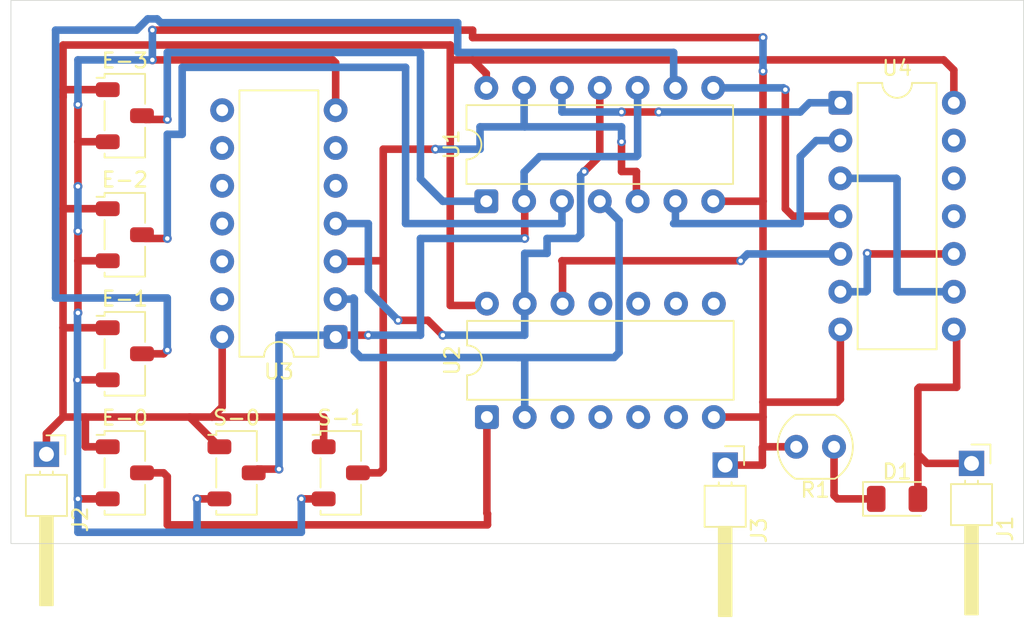
<source format=kicad_pcb>
(kicad_pcb (version 20241229) (generator "pcbnew") (generator_version "9.0")
  (layers (0 "F.Cu" signal) (2 "B.Cu" signal) (13 "F.Paste" user) (15 "B.Paste" user) (5 "F.SilkS" user "F.Silkscreen") (7 "B.SilkS" user "B.Silkscreen") (1 "F.Mask" user) (3 "B.Mask" user) (25 "Edge.Cuts" user))
  (net 0 "")
  (net 1 "Net-(D1-K)")
  (net 2 "Net-(D1-A)")
  (net 3 "Net-(E-0-B)")
  (net 4 "+5V")
  (net 5 "Net-(E-1-B)")
  (net 6 "Net-(E-2-B)")
  (net 7 "Net-(E-3-B)")
  (net 8 "GND")
  (net 9 "Net-(S-0-B)")
  (net 10 "Net-(S-1-B)")
  (net 11 "Net-(U1-Pad8)")
  (net 12 "Net-(U1-Pad6)")
  (net 13 "Net-(U1-Pad12)")
  (net 14 "Net-(U1-Pad11)")
  (net 15 "Net-(U1-Pad4)")
  (net 16 "Net-(U2-Pad12)")
  (net 17 "Net-(U4-Pad3)")
  (net 18 "Net-(U4-Pad10)")
  (footprint "Connector_PinHeader_2.54mm:PinHeader_1x01_P2.54mm_Horizontal" (layer "F.Cu") (at 172.04 104.885 -90)
    (property "Reference" "J1" (at 4.385 -2.27 90) (layer "F.SilkS"))
    (property "Value" "Conn_01x01_Pin")
    (fp_line (start 1.39 1.38) (end 4.15 1.38) (stroke (width 0.12)) (layer "F.SilkS"))
    (fp_line (start 4.15 1.38) (end 4.15 -1.38) (stroke (width 0.12)) (layer "F.SilkS"))
    (fp_line (start 1.16 0.43) (end 1.39 0.43) (stroke (width 0.12)) (layer "F.SilkS"))
    (fp_line (start -1.27 0) (end -1.27 -1.27) (stroke (width 0.12)) (layer "F.SilkS"))
    (fp_line (start 1.16 -0.43) (end 1.39 -0.43) (stroke (width 0.12)) (layer "F.SilkS"))
    (fp_line (start -1.27 -1.27) (end 0 -1.27) (stroke (width 0.12)) (layer "F.SilkS"))
    (fp_line (start 1.39 -1.38) (end 1.39 1.38) (stroke (width 0.12)) (layer "F.SilkS"))
    (fp_line (start 4.15 -1.38) (end 1.39 -1.38) (stroke (width 0.12)) (layer "F.SilkS"))
    (fp_rect (start 4.15 -0.43) (end 10.15 0.43) (stroke (width 0.12)) (fill yes) (layer "F.SilkS"))
    (pad "1" thru_hole rect (at 0 0 270) (size 1.7 1.7) (drill 1) (layers "*.Cu" "*.Mask") (net 2 "Net-(D1-A)"))
  )
  (footprint "Button_Switch_SMD:Nidec_Copal_CAS-120A" (layer "F.Cu") (at 115.19 97.52)
    (property "Reference" "E-1" (at 0 -3.7 0) (layer "F.SilkS"))
    (property "Value" "SW_Nidec_CAS-120A1")
    (fp_line (start -1.36 -2.81) (end 1.36 -2.81) (stroke (width 0.12)) (layer "F.SilkS"))
    (fp_line (start -1.36 -2.55) (end -1.9 -2.55) (stroke (width 0.12)) (layer "F.SilkS"))
    (fp_line (start -1.36 -2.55) (end -1.36 -2.8) (stroke (width 0.12)) (layer "F.SilkS"))
    (fp_line (start -1.36 -0.98) (end -1.36 0.98) (stroke (width 0.12)) (layer "F.SilkS"))
    (fp_line (start -1.36 2.81) (end -1.36 2.55) (stroke (width 0.12)) (layer "F.SilkS"))
    (fp_line (start 1.35 2.81) (end -1.35 2.81) (stroke (width 0.12)) (layer "F.SilkS"))
    (fp_line (start 1.36 -2.81) (end 1.36 -0.8) (stroke (width 0.12)) (layer "F.SilkS"))
    (fp_line (start 1.36 0.8) (end 1.36 2.81) (stroke (width 0.12)) (layer "F.SilkS"))
    (pad "1" smd roundrect (at -1.15 -1.75 270) (size 1 1.6) (layers "F.Cu" "F.Mask" "F.Paste") (net 4 "+5V"))
    (pad "2" smd roundrect (at 1.15 0 270) (size 1 1.6) (layers "F.Cu" "F.Mask" "F.Paste") (net 5 "Net-(E-1-B)"))
    (pad "3" smd roundrect (at -1.15 1.75 270) (size 1 1.6) (layers "F.Cu" "F.Mask" "F.Paste") (net 8 "GND"))
  )
  (footprint "Package_DIP:DIP-14_W7.62mm" (layer "F.Cu") (at 163.235 80.65)
    (property "Reference" "U4" (at 3.81 -2.33 0) (layer "F.SilkS"))
    (property "Value" "74LS32")
    (fp_line (start 1.16 -1.33) (end 1.16 16.57) (stroke (width 0.12)) (layer "F.SilkS"))
    (fp_line (start 1.16 16.57) (end 6.46 16.57) (stroke (width 0.12)) (layer "F.SilkS"))
    (fp_line (start 2.81 -1.33) (end 1.16 -1.33) (stroke (width 0.12)) (layer "F.SilkS"))
    (fp_line (start 6.46 -1.33) (end 4.81 -1.33) (stroke (width 0.12)) (layer "F.SilkS"))
    (fp_line (start 6.46 16.57) (end 6.46 -1.33) (stroke (width 0.12)) (layer "F.SilkS"))
    (fp_arc (start 4.81 -1.33) (mid 3.81 -0.33) (end 2.81 -1.33) (stroke (width 0.12)) (layer "F.SilkS"))
    (pad "1" thru_hole roundrect (at 0 0) (size 1.6 1.6) (drill 0.8) (layers "*.Cu" "*.Mask") (roundrect_rratio 0.15625) (net 13 "Net-(U1-Pad12)"))
    (pad "2" thru_hole circle (at 0 2.54) (size 1.6 1.6) (drill 0.8) (layers "*.Cu" "*.Mask") (net 12 "Net-(U1-Pad6)"))
    (pad "3" thru_hole circle (at 0 5.08) (size 1.6 1.6) (drill 0.8) (layers "*.Cu" "*.Mask") (net 17 "Net-(U4-Pad3)"))
    (pad "4" thru_hole circle (at 0 7.62) (size 1.6 1.6) (drill 0.8) (layers "*.Cu" "*.Mask") (net 11 "Net-(U1-Pad8)"))
    (pad "5" thru_hole circle (at 0 10.16) (size 1.6 1.6) (drill 0.8) (layers "*.Cu" "*.Mask") (net 16 "Net-(U2-Pad12)"))
    (pad "6" thru_hole circle (at 0 12.7) (size 1.6 1.6) (drill 0.8) (layers "*.Cu" "*.Mask") (net 18 "Net-(U4-Pad10)"))
    (pad "7" thru_hole circle (at 0 15.24) (size 1.6 1.6) (drill 0.8) (layers "*.Cu" "*.Mask") (net 8 "GND"))
    (pad "8" thru_hole circle (at 7.62 15.24) (size 1.6 1.6) (drill 0.8) (layers "*.Cu" "*.Mask") (net 2 "Net-(D1-A)"))
    (pad "9" thru_hole circle (at 7.62 12.7) (size 1.6 1.6) (drill 0.8) (layers "*.Cu" "*.Mask") (net 17 "Net-(U4-Pad3)"))
    (pad "10" thru_hole circle (at 7.62 10.16) (size 1.6 1.6) (drill 0.8) (layers "*.Cu" "*.Mask") (net 18 "Net-(U4-Pad10)"))
    (pad "11" thru_hole circle (at 7.62 7.62) (size 1.6 1.6) (drill 0.8) (layers "*.Cu" "*.Mask"))
    (pad "12" thru_hole circle (at 7.62 5.08) (size 1.6 1.6) (drill 0.8) (layers "*.Cu" "*.Mask"))
    (pad "13" thru_hole circle (at 7.62 2.54) (size 1.6 1.6) (drill 0.8) (layers "*.Cu" "*.Mask"))
    (pad "14" thru_hole circle (at 7.62 0) (size 1.6 1.6) (drill 0.8) (layers "*.Cu" "*.Mask") (net 4 "+5V"))
  )
  (footprint "Package_DIP:DIP-14_W7.62mm" (layer "F.Cu") (at 139.5 101.77 90)
    (property "Reference" "U2" (at 3.81 -2.33 90) (layer "F.SilkS"))
    (property "Value" "74LS11")
    (fp_line (start 6.46 -1.33) (end 4.81 -1.33) (stroke (width 0.12)) (layer "F.SilkS"))
    (fp_line (start 2.81 -1.33) (end 1.16 -1.33) (stroke (width 0.12)) (layer "F.SilkS"))
    (fp_line (start 1.16 -1.33) (end 1.16 16.57) (stroke (width 0.12)) (layer "F.SilkS"))
    (fp_line (start 6.46 16.57) (end 6.46 -1.33) (stroke (width 0.12)) (layer "F.SilkS"))
    (fp_line (start 1.16 16.57) (end 6.46 16.57) (stroke (width 0.12)) (layer "F.SilkS"))
    (fp_arc (start 4.81 -1.33) (mid 3.81 -0.33) (end 2.81 -1.33) (stroke (width 0.12)) (layer "F.SilkS"))
    (pad "1" thru_hole roundrect (at 0 0 90) (size 1.6 1.6) (drill 0.8) (layers "*.Cu" "*.Mask") (roundrect_rratio 0.15625) (net 3 "Net-(E-0-B)"))
    (pad "2" thru_hole circle (at 0 2.54 90) (size 1.6 1.6) (drill 0.8) (layers "*.Cu" "*.Mask") (net 15 "Net-(U1-Pad4)"))
    (pad "3" thru_hole circle (at 0 5.08 90) (size 1.6 1.6) (drill 0.8) (layers "*.Cu" "*.Mask"))
    (pad "4" thru_hole circle (at 0 7.62 90) (size 1.6 1.6) (drill 0.8) (layers "*.Cu" "*.Mask"))
    (pad "5" thru_hole circle (at 0 10.16 90) (size 1.6 1.6) (drill 0.8) (layers "*.Cu" "*.Mask"))
    (pad "6" thru_hole circle (at 0 12.7 90) (size 1.6 1.6) (drill 0.8) (layers "*.Cu" "*.Mask"))
    (pad "7" thru_hole circle (at 0 15.24 90) (size 1.6 1.6) (drill 0.8) (layers "*.Cu" "*.Mask") (net 8 "GND"))
    (pad "8" thru_hole circle (at 7.62 15.24 90) (size 1.6 1.6) (drill 0.8) (layers "*.Cu" "*.Mask"))
    (pad "9" thru_hole circle (at 7.62 12.7 90) (size 1.6 1.6) (drill 0.8) (layers "*.Cu" "*.Mask"))
    (pad "10" thru_hole circle (at 7.62 10.16 90) (size 1.6 1.6) (drill 0.8) (layers "*.Cu" "*.Mask"))
    (pad "11" thru_hole circle (at 7.62 7.62 90) (size 1.6 1.6) (drill 0.8) (layers "*.Cu" "*.Mask"))
    (pad "12" thru_hole circle (at 7.62 5.08 90) (size 1.6 1.6) (drill 0.8) (layers "*.Cu" "*.Mask") (net 16 "Net-(U2-Pad12)"))
    (pad "13" thru_hole circle (at 7.62 2.54 90) (size 1.6 1.6) (drill 0.8) (layers "*.Cu" "*.Mask") (net 14 "Net-(U1-Pad11)"))
    (pad "14" thru_hole circle (at 7.62 0 90) (size 1.6 1.6) (drill 0.8) (layers "*.Cu" "*.Mask") (net 4 "+5V"))
  )
  (footprint "Button_Switch_SMD:Nidec_Copal_CAS-120A" (layer "F.Cu") (at 129.69 105.52)
    (property "Reference" "S-1" (at 0 -3.7 0) (layer "F.SilkS"))
    (property "Value" "SW_Nidec_CAS-120A1")
    (fp_line (start -1.36 -2.81) (end 1.36 -2.81) (stroke (width 0.12)) (layer "F.SilkS"))
    (fp_line (start -1.36 -2.55) (end -1.9 -2.55) (stroke (width 0.12)) (layer "F.SilkS"))
    (fp_line (start -1.36 -2.55) (end -1.36 -2.8) (stroke (width 0.12)) (layer "F.SilkS"))
    (fp_line (start -1.36 -0.98) (end -1.36 0.98) (stroke (width 0.12)) (layer "F.SilkS"))
    (fp_line (start -1.36 2.81) (end -1.36 2.55) (stroke (width 0.12)) (layer "F.SilkS"))
    (fp_line (start 1.35 2.81) (end -1.35 2.81) (stroke (width 0.12)) (layer "F.SilkS"))
    (fp_line (start 1.36 -2.81) (end 1.36 -0.8) (stroke (width 0.12)) (layer "F.SilkS"))
    (fp_line (start 1.36 0.8) (end 1.36 2.81) (stroke (width 0.12)) (layer "F.SilkS"))
    (pad "1" smd roundrect (at -1.15 -1.75 270) (size 1 1.6) (layers "F.Cu" "F.Mask" "F.Paste") (net 4 "+5V"))
    (pad "2" smd roundrect (at 1.15 0 270) (size 1 1.6) (layers "F.Cu" "F.Mask" "F.Paste") (net 10 "Net-(S-1-B)"))
    (pad "3" smd roundrect (at -1.15 1.75 270) (size 1 1.6) (layers "F.Cu" "F.Mask" "F.Paste") (net 8 "GND"))
  )
  (footprint "Button_Switch_SMD:Nidec_Copal_CAS-120A" (layer "F.Cu") (at 115.19 89.52)
    (property "Reference" "E-2" (at 0 -3.7 0) (layer "F.SilkS"))
    (property "Value" "SW_Nidec_CAS-120A1")
    (fp_line (start -1.36 -2.81) (end 1.36 -2.81) (stroke (width 0.12)) (layer "F.SilkS"))
    (fp_line (start -1.36 -2.55) (end -1.9 -2.55) (stroke (width 0.12)) (layer "F.SilkS"))
    (fp_line (start -1.36 -2.55) (end -1.36 -2.8) (stroke (width 0.12)) (layer "F.SilkS"))
    (fp_line (start -1.36 -0.98) (end -1.36 0.98) (stroke (width 0.12)) (layer "F.SilkS"))
    (fp_line (start -1.36 2.81) (end -1.36 2.55) (stroke (width 0.12)) (layer "F.SilkS"))
    (fp_line (start 1.35 2.81) (end -1.35 2.81) (stroke (width 0.12)) (layer "F.SilkS"))
    (fp_line (start 1.36 -2.81) (end 1.36 -0.8) (stroke (width 0.12)) (layer "F.SilkS"))
    (fp_line (start 1.36 0.8) (end 1.36 2.81) (stroke (width 0.12)) (layer "F.SilkS"))
    (pad "1" smd roundrect (at -1.15 -1.75 270) (size 1 1.6) (layers "F.Cu" "F.Mask" "F.Paste") (net 4 "+5V"))
    (pad "2" smd roundrect (at 1.15 0 270) (size 1 1.6) (layers "F.Cu" "F.Mask" "F.Paste") (net 6 "Net-(E-2-B)"))
    (pad "3" smd roundrect (at -1.15 1.75 270) (size 1 1.6) (layers "F.Cu" "F.Mask" "F.Paste") (net 8 "GND"))
  )
  (footprint "Connector_PinHeader_2.54mm:PinHeader_1x01_P2.54mm_Horizontal" (layer "F.Cu") (at 109.925 104.27 -90)
    (property "Reference" "J2" (at 4.385 -2.27 90) (layer "F.SilkS"))
    (property "Value" "Fonte 5V")
    (fp_line (start 1.39 1.38) (end 4.15 1.38) (stroke (width 0.12)) (layer "F.SilkS"))
    (fp_line (start 4.15 1.38) (end 4.15 -1.38) (stroke (width 0.12)) (layer "F.SilkS"))
    (fp_line (start 1.16 0.43) (end 1.39 0.43) (stroke (width 0.12)) (layer "F.SilkS"))
    (fp_line (start -1.27 0) (end -1.27 -1.27) (stroke (width 0.12)) (layer "F.SilkS"))
    (fp_line (start 1.16 -0.43) (end 1.39 -0.43) (stroke (width 0.12)) (layer "F.SilkS"))
    (fp_line (start -1.27 -1.27) (end 0 -1.27) (stroke (width 0.12)) (layer "F.SilkS"))
    (fp_line (start 1.39 -1.38) (end 1.39 1.38) (stroke (width 0.12)) (layer "F.SilkS"))
    (fp_line (start 4.15 -1.38) (end 1.39 -1.38) (stroke (width 0.12)) (layer "F.SilkS"))
    (fp_rect (start 4.15 -0.43) (end 10.15 0.43) (stroke (width 0.12)) (fill yes) (layer "F.SilkS"))
    (pad "1" thru_hole rect (at 0 0 270) (size 1.7 1.7) (drill 1) (layers "*.Cu" "*.Mask") (net 4 "+5V"))
  )
  (footprint "OptoDevice:R_LDR_4.9x4.2mm_P2.54mm_Vertical" (layer "F.Cu") (at 162.81 103.77 180)
    (property "Reference" "R1" (at 1.27 -2.9 0) (layer "F.SilkS"))
    (property "Value" "330")
    (fp_line (start -0.05 2.15) (end 2.6 2.15) (stroke (width 0.12)) (layer "F.SilkS"))
    (fp_line (start -0.05 -2.15) (end 2.6 -2.15) (stroke (width 0.12)) (layer "F.SilkS"))
    (fp_arc (start 2.6 -2.15) (mid 3.788646 -0.016616) (end 2.628027 2.132145) (stroke (width 0.12)) (layer "F.SilkS"))
    (fp_arc (start -0.05 2.15) (mid -1.262424 0.01494) (end -0.075476 -2.134388) (stroke (width 0.12)) (layer "F.SilkS"))
    (pad "1" thru_hole circle (at 0 0 180) (size 1.6 1.6) (drill 0.8) (layers "*.Cu" "*.Mask") (net 1 "Net-(D1-K)"))
    (pad "2" thru_hole circle (at 2.54 0 180) (size 1.6 1.6) (drill 0.8) (layers "*.Cu" "*.Mask") (net 8 "GND"))
  )
  (footprint "Button_Switch_SMD:Nidec_Copal_CAS-120A" (layer "F.Cu") (at 115.19 105.52)
    (property "Reference" "E-0" (at 0 -3.7 0) (layer "F.SilkS"))
    (property "Value" "SW_Nidec_CAS-120A1")
    (fp_line (start -1.36 -2.81) (end 1.36 -2.81) (stroke (width 0.12)) (layer "F.SilkS"))
    (fp_line (start -1.36 -2.55) (end -1.9 -2.55) (stroke (width 0.12)) (layer "F.SilkS"))
    (fp_line (start -1.36 -2.55) (end -1.36 -2.8) (stroke (width 0.12)) (layer "F.SilkS"))
    (fp_line (start -1.36 -0.98) (end -1.36 0.98) (stroke (width 0.12)) (layer "F.SilkS"))
    (fp_line (start -1.36 2.81) (end -1.36 2.55) (stroke (width 0.12)) (layer "F.SilkS"))
    (fp_line (start 1.35 2.81) (end -1.35 2.81) (stroke (width 0.12)) (layer "F.SilkS"))
    (fp_line (start 1.36 -2.81) (end 1.36 -0.8) (stroke (width 0.12)) (layer "F.SilkS"))
    (fp_line (start 1.36 0.8) (end 1.36 2.81) (stroke (width 0.12)) (layer "F.SilkS"))
    (pad "1" smd roundrect (at -1.15 -1.75 270) (size 1 1.6) (layers "F.Cu" "F.Mask" "F.Paste") (net 4 "+5V"))
    (pad "2" smd roundrect (at 1.15 0 270) (size 1 1.6) (layers "F.Cu" "F.Mask" "F.Paste") (net 3 "Net-(E-0-B)"))
    (pad "3" smd roundrect (at -1.15 1.75 270) (size 1 1.6) (layers "F.Cu" "F.Mask" "F.Paste") (net 8 "GND"))
  )
  (footprint "Button_Switch_SMD:Nidec_Copal_CAS-120A" (layer "F.Cu") (at 115.19 81.52)
    (property "Reference" "E-3" (at 0 -3.7 0) (layer "F.SilkS"))
    (property "Value" "SW_Nidec_CAS-120A1")
    (fp_line (start -1.36 -2.81) (end 1.36 -2.81) (stroke (width 0.12)) (layer "F.SilkS"))
    (fp_line (start -1.36 -2.55) (end -1.9 -2.55) (stroke (width 0.12)) (layer "F.SilkS"))
    (fp_line (start -1.36 -2.55) (end -1.36 -2.8) (stroke (width 0.12)) (layer "F.SilkS"))
    (fp_line (start -1.36 -0.98) (end -1.36 0.98) (stroke (width 0.12)) (layer "F.SilkS"))
    (fp_line (start -1.36 2.81) (end -1.36 2.55) (stroke (width 0.12)) (layer "F.SilkS"))
    (fp_line (start 1.35 2.81) (end -1.35 2.81) (stroke (width 0.12)) (layer "F.SilkS"))
    (fp_line (start 1.36 -2.81) (end 1.36 -0.8) (stroke (width 0.12)) (layer "F.SilkS"))
    (fp_line (start 1.36 0.8) (end 1.36 2.81) (stroke (width 0.12)) (layer "F.SilkS"))
    (pad "1" smd roundrect (at -1.15 -1.75 270) (size 1 1.6) (layers "F.Cu" "F.Mask" "F.Paste") (net 4 "+5V"))
    (pad "2" smd roundrect (at 1.15 0 270) (size 1 1.6) (layers "F.Cu" "F.Mask" "F.Paste") (net 7 "Net-(E-3-B)"))
    (pad "3" smd roundrect (at -1.15 1.75 270) (size 1 1.6) (layers "F.Cu" "F.Mask" "F.Paste") (net 8 "GND"))
  )
  (footprint "Button_Switch_SMD:Nidec_Copal_CAS-120A" (layer "F.Cu") (at 122.69 105.52)
    (property "Reference" "S-0" (at 0 -3.7 0) (layer "F.SilkS"))
    (property "Value" "SW_Nidec_CAS-120A1")
    (fp_line (start -1.36 -2.81) (end 1.36 -2.81) (stroke (width 0.12)) (layer "F.SilkS"))
    (fp_line (start -1.36 -2.55) (end -1.9 -2.55) (stroke (width 0.12)) (layer "F.SilkS"))
    (fp_line (start -1.36 -2.55) (end -1.36 -2.8) (stroke (width 0.12)) (layer "F.SilkS"))
    (fp_line (start -1.36 -0.98) (end -1.36 0.98) (stroke (width 0.12)) (layer "F.SilkS"))
    (fp_line (start -1.36 2.81) (end -1.36 2.55) (stroke (width 0.12)) (layer "F.SilkS"))
    (fp_line (start 1.35 2.81) (end -1.35 2.81) (stroke (width 0.12)) (layer "F.SilkS"))
    (fp_line (start 1.36 -2.81) (end 1.36 -0.8) (stroke (width 0.12)) (layer "F.SilkS"))
    (fp_line (start 1.36 0.8) (end 1.36 2.81) (stroke (width 0.12)) (layer "F.SilkS"))
    (pad "1" smd roundrect (at -1.15 -1.75 270) (size 1 1.6) (layers "F.Cu" "F.Mask" "F.Paste") (net 4 "+5V"))
    (pad "2" smd roundrect (at 1.15 0 270) (size 1 1.6) (layers "F.Cu" "F.Mask" "F.Paste") (net 9 "Net-(S-0-B)"))
    (pad "3" smd roundrect (at -1.15 1.75 270) (size 1 1.6) (layers "F.Cu" "F.Mask" "F.Paste") (net 8 "GND"))
  )
  (footprint "Package_DIP:DIP-14_W7.62mm" (layer "F.Cu") (at 129.345 96.39 180)
    (property "Reference" "U3" (at 3.81 -2.33 0) (layer "F.SilkS"))
    (property "Value" "74LS04")
    (fp_line (start 6.46 16.57) (end 6.46 -1.33) (stroke (width 0.12)) (layer "F.SilkS"))
    (fp_line (start 6.46 -1.33) (end 4.81 -1.33) (stroke (width 0.12)) (layer "F.SilkS"))
    (fp_line (start 2.81 -1.33) (end 1.16 -1.33) (stroke (width 0.12)) (layer "F.SilkS"))
    (fp_line (start 1.16 16.57) (end 6.46 16.57) (stroke (width 0.12)) (layer "F.SilkS"))
    (fp_line (start 1.16 -1.33) (end 1.16 16.57) (stroke (width 0.12)) (layer "F.SilkS"))
    (fp_arc (start 4.81 -1.33) (mid 3.81 -0.33) (end 2.81 -1.33) (stroke (width 0.12)) (layer "F.SilkS"))
    (pad "1" thru_hole roundrect (at 0 0 180) (size 1.6 1.6) (drill 0.8) (layers "*.Cu" "*.Mask") (roundrect_rratio 0.15625) (net 9 "Net-(S-0-B)"))
    (pad "2" thru_hole circle (at 0 2.54 180) (size 1.6 1.6) (drill 0.8) (layers "*.Cu" "*.Mask") (net 15 "Net-(U1-Pad4)"))
    (pad "3" thru_hole circle (at 0 5.08 180) (size 1.6 1.6) (drill 0.8) (layers "*.Cu" "*.Mask") (net 10 "Net-(S-1-B)"))
    (pad "4" thru_hole circle (at 0 7.62 180) (size 1.6 1.6) (drill 0.8) (layers "*.Cu" "*.Mask") (net 14 "Net-(U1-Pad11)"))
    (pad "5" thru_hole circle (at 0 10.16 180) (size 1.6 1.6) (drill 0.8) (layers "*.Cu" "*.Mask"))
    (pad "6" thru_hole circle (at 0 12.7 180) (size 1.6 1.6) (drill 0.8) (layers "*.Cu" "*.Mask"))
    (pad "7" thru_hole circle (at 0 15.24 180) (size 1.6 1.6) (drill 0.8) (layers "*.Cu" "*.Mask") (net 8 "GND"))
    (pad "8" thru_hole circle (at 7.62 15.24 180) (size 1.6 1.6) (drill 0.8) (layers "*.Cu" "*.Mask"))
    (pad "9" thru_hole circle (at 7.62 12.7 180) (size 1.6 1.6) (drill 0.8) (layers "*.Cu" "*.Mask"))
    (pad "10" thru_hole circle (at 7.62 10.16 180) (size 1.6 1.6) (drill 0.8) (layers "*.Cu" "*.Mask"))
    (pad "11" thru_hole circle (at 7.62 7.62 180) (size 1.6 1.6) (drill 0.8) (layers "*.Cu" "*.Mask"))
    (pad "12" thru_hole circle (at 7.62 5.08 180) (size 1.6 1.6) (drill 0.8) (layers "*.Cu" "*.Mask"))
    (pad "13" thru_hole circle (at 7.62 2.54 180) (size 1.6 1.6) (drill 0.8) (layers "*.Cu" "*.Mask"))
    (pad "14" thru_hole circle (at 7.62 0 180) (size 1.6 1.6) (drill 0.8) (layers "*.Cu" "*.Mask") (net 4 "+5V"))
  )
  (footprint "LED_SMD:LED_1206_3216Metric" (layer "F.Cu") (at 167.04 107.27)
    (property "Reference" "D1" (at 0 -1.83 0) (layer "F.SilkS"))
    (property "Value" "LED")
    (fp_line (start -2.285 -1.135) (end -2.285 1.135) (stroke (width 0.12)) (layer "F.SilkS"))
    (fp_line (start -2.285 1.135) (end 1.6 1.135) (stroke (width 0.12)) (layer "F.SilkS"))
    (fp_line (start 1.6 -1.135) (end -2.285 -1.135) (stroke (width 0.12)) (layer "F.SilkS"))
    (pad "1" smd roundrect (at -1.4 0) (size 1.25 1.75) (layers "F.Cu" "F.Mask" "F.Paste") (roundrect_rratio 0.2) (net 1 "Net-(D1-K)"))
    (pad "2" smd roundrect (at 1.4 0) (size 1.25 1.75) (layers "F.Cu" "F.Mask" "F.Paste") (roundrect_rratio 0.2) (net 2 "Net-(D1-A)"))
  )
  (footprint "Package_DIP:DIP-14_W7.62mm" (layer "F.Cu") (at 139.46 87.27 90)
    (property "Reference" "U1" (at 3.81 -2.33 90) (layer "F.SilkS"))
    (property "Value" "74LS11")
    (fp_line (start 6.46 -1.33) (end 4.81 -1.33) (stroke (width 0.12)) (layer "F.SilkS"))
    (fp_line (start 2.81 -1.33) (end 1.16 -1.33) (stroke (width 0.12)) (layer "F.SilkS"))
    (fp_line (start 1.16 -1.33) (end 1.16 16.57) (stroke (width 0.12)) (layer "F.SilkS"))
    (fp_line (start 6.46 16.57) (end 6.46 -1.33) (stroke (width 0.12)) (layer "F.SilkS"))
    (fp_line (start 1.16 16.57) (end 6.46 16.57) (stroke (width 0.12)) (layer "F.SilkS"))
    (fp_arc (start 4.81 -1.33) (mid 3.81 -0.33) (end 2.81 -1.33) (stroke (width 0.12)) (layer "F.SilkS"))
    (pad "1" thru_hole roundrect (at 0 0 90) (size 1.6 1.6) (drill 0.8) (layers "*.Cu" "*.Mask") (roundrect_rratio 0.15625) (net 7 "Net-(E-3-B)"))
    (pad "2" thru_hole circle (at 0 2.54 90) (size 1.6 1.6) (drill 0.8) (layers "*.Cu" "*.Mask") (net 9 "Net-(S-0-B)"))
    (pad "3" thru_hole circle (at 0 5.08 90) (size 1.6 1.6) (drill 0.8) (layers "*.Cu" "*.Mask") (net 6 "Net-(E-2-B)"))
    (pad "4" thru_hole circle (at 0 7.62 90) (size 1.6 1.6) (drill 0.8) (layers "*.Cu" "*.Mask") (net 15 "Net-(U1-Pad4)"))
    (pad "5" thru_hole circle (at 0 10.16 90) (size 1.6 1.6) (drill 0.8) (layers "*.Cu" "*.Mask") (net 10 "Net-(S-1-B)"))
    (pad "6" thru_hole circle (at 0 12.7 90) (size 1.6 1.6) (drill 0.8) (layers "*.Cu" "*.Mask") (net 12 "Net-(U1-Pad6)"))
    (pad "7" thru_hole circle (at 0 15.24 90) (size 1.6 1.6) (drill 0.8) (layers "*.Cu" "*.Mask") (net 8 "GND"))
    (pad "8" thru_hole circle (at 7.62 15.24 90) (size 1.6 1.6) (drill 0.8) (layers "*.Cu" "*.Mask") (net 11 "Net-(U1-Pad8)"))
    (pad "9" thru_hole circle (at 7.62 12.7 90) (size 1.6 1.6) (drill 0.8) (layers "*.Cu" "*.Mask") (net 5 "Net-(E-1-B)"))
    (pad "10" thru_hole circle (at 7.62 10.16 90) (size 1.6 1.6) (drill 0.8) (layers "*.Cu" "*.Mask") (net 9 "Net-(S-0-B)"))
    (pad "11" thru_hole circle (at 7.62 7.62 90) (size 1.6 1.6) (drill 0.8) (layers "*.Cu" "*.Mask") (net 14 "Net-(U1-Pad11)"))
    (pad "12" thru_hole circle (at 7.62 5.08 90) (size 1.6 1.6) (drill 0.8) (layers "*.Cu" "*.Mask") (net 13 "Net-(U1-Pad12)"))
    (pad "13" thru_hole circle (at 7.62 2.54 90) (size 1.6 1.6) (drill 0.8) (layers "*.Cu" "*.Mask") (net 10 "Net-(S-1-B)"))
    (pad "14" thru_hole circle (at 7.62 0 90) (size 1.6 1.6) (drill 0.8) (layers "*.Cu" "*.Mask") (net 4 "+5V"))
  )
  (footprint "Connector_PinHeader_2.54mm:PinHeader_1x01_P2.54mm_Horizontal" (layer "F.Cu") (at 155.5 105 -90)
    (property "Reference" "J3" (at 4.385 -2.27 90) (layer "F.SilkS"))
    (property "Value" "Ground")
    (fp_line (start 1.39 1.38) (end 4.15 1.38) (stroke (width 0.12)) (layer "F.SilkS"))
    (fp_line (start 4.15 1.38) (end 4.15 -1.38) (stroke (width 0.12)) (layer "F.SilkS"))
    (fp_line (start 1.16 0.43) (end 1.39 0.43) (stroke (width 0.12)) (layer "F.SilkS"))
    (fp_line (start -1.27 0) (end -1.27 -1.27) (stroke (width 0.12)) (layer "F.SilkS"))
    (fp_line (start 1.16 -0.43) (end 1.39 -0.43) (stroke (width 0.12)) (layer "F.SilkS"))
    (fp_line (start -1.27 -1.27) (end 0 -1.27) (stroke (width 0.12)) (layer "F.SilkS"))
    (fp_line (start 1.39 -1.38) (end 1.39 1.38) (stroke (width 0.12)) (layer "F.SilkS"))
    (fp_line (start 4.15 -1.38) (end 1.39 -1.38) (stroke (width 0.12)) (layer "F.SilkS"))
    (fp_rect (start 4.15 -0.43) (end 10.15 0.43) (stroke (width 0.12)) (fill yes) (layer "F.SilkS"))
    (pad "1" thru_hole rect (at 0 0 270) (size 1.7 1.7) (drill 1) (layers "*.Cu" "*.Mask") (net 8 "GND"))
  )
  (gr_rect (start 107.54 73.77) (end 175.54 110.27) (stroke (width 0.05)) (fill no) (layer "Edge.Cuts"))
  (segment (start 162.81 107.04) (end 163.04 107.27) (width 0.508) (layer "F.Cu") (net 1))
  (segment (start 162.81 103.77) (end 162.81 107.04) (width 0.508) (layer "F.Cu") (net 1))
  (segment (start 163.04 107.27) (end 165.64 107.27) (width 0.508) (layer "F.Cu") (net 1))
  (segment (start 168.44 104.27) (end 168.44 99.87) (width 0.508) (layer "F.Cu") (net 2))
  (segment (start 171.04 99.77) (end 171.04 96.075) (width 0.508) (layer "F.Cu") (net 2))
  (segment (start 169.055 104.885) (end 168.44 104.27) (width 0.508) (layer "F.Cu") (net 2))
  (segment (start 168.54 99.77) (end 171.04 99.77) (width 0.508) (layer "F.Cu") (net 2))
  (segment (start 171.04 96.075) (end 170.855 95.89) (width 0.508) (layer "F.Cu") (net 2))
  (segment (start 172.04 104.885) (end 169.055 104.885) (width 0.508) (layer "F.Cu") (net 2))
  (segment (start 168.44 107.27) (end 168.44 104.27) (width 0.508) (layer "F.Cu") (net 2))
  (segment (start 168.44 99.87) (end 168.54 99.77) (width 0.508) (layer "F.Cu") (net 2))
  (segment (start 117.79 105.52) (end 118.04 105.77) (width 0.508) (layer "F.Cu") (net 3))
  (segment (start 139.54 109.015) (end 139.54 108.27) (width 0.508) (layer "F.Cu") (net 3))
  (segment (start 118.04 105.77) (end 118.04 109.015) (width 0.508) (layer "F.Cu") (net 3))
  (segment (start 139.54 108.27) (end 139.5 108.23) (width 0.508) (layer "F.Cu") (net 3))
  (segment (start 139.5 108.23) (end 139.5 101.77) (width 0.508) (layer "F.Cu") (net 3))
  (segment (start 116.34 105.52) (end 117.79 105.52) (width 0.508) (layer "F.Cu") (net 3))
  (segment (start 118.04 109.015) (end 139.54 109.015) (width 0.508) (layer "F.Cu") (net 3))
  (segment (start 139.38 94.27) (end 139.5 94.15) (width 0.508) (layer "F.Cu") (net 4))
  (segment (start 109.925 102.885) (end 111.04 101.77) (width 0.508) (layer "F.Cu") (net 4))
  (segment (start 111.04 80.27) (end 111.04 76.77) (width 0.508) (layer "F.Cu") (net 4))
  (segment (start 139.46 78.69) (end 139.46 79.65) (width 0.508) (layer "F.Cu") (net 4))
  (segment (start 121.04 101.77) (end 121.725 101.085) (width 0.508) (layer "F.Cu") (net 4))
  (segment (start 111.04 101.77) (end 111.04 95.77) (width 0.508) (layer "F.Cu") (net 4))
  (segment (start 121.725 101.085) (end 121.725 96.39) (width 0.508) (layer "F.Cu") (net 4))
  (segment (start 114.04 79.77) (end 111.04 79.77) (width 0.508) (layer "F.Cu") (net 4))
  (segment (start 137.04 77.77) (end 137.04 94.27) (width 0.508) (layer "F.Cu") (net 4))
  (segment (start 138.54 77.77) (end 139.46 78.69) (width 0.508) (layer "F.Cu") (net 4))
  (segment (start 170.17 77.77) (end 170.855 78.455) (width 0.508) (layer "F.Cu") (net 4))
  (segment (start 111.04 87.77) (end 111.04 80.27) (width 0.508) (layer "F.Cu") (net 4))
  (segment (start 137.04 94.27) (end 139.38 94.27) (width 0.508) (layer "F.Cu") (net 4))
  (segment (start 111.04 79.77) (end 111.04 80.27) (width 0.508) (layer "F.Cu") (net 4))
  (segment (start 114.04 95.77) (end 111.04 95.77) (width 0.508) (layer "F.Cu") (net 4))
  (segment (start 137.04 77.77) (end 138.54 77.77) (width 0.508) (layer "F.Cu") (net 4))
  (segment (start 170.855 78.455) (end 170.855 80.65) (width 0.508) (layer "F.Cu") (net 4))
  (segment (start 119.54 101.77) (end 121.54 103.77) (width 0.508) (layer "F.Cu") (net 4))
  (segment (start 111.04 76.77) (end 137.04 76.77) (width 0.508) (layer "F.Cu") (net 4))
  (segment (start 111.04 95.77) (end 111.04 87.77) (width 0.508) (layer "F.Cu") (net 4))
  (segment (start 119.54 101.77) (end 121.04 101.77) (width 0.508) (layer "F.Cu") (net 4))
  (segment (start 121.04 101.77) (end 128.54 101.77) (width 0.508) (layer "F.Cu") (net 4))
  (segment (start 111.04 87.77) (end 114.04 87.77) (width 0.508) (layer "F.Cu") (net 4))
  (segment (start 137.04 76.77) (end 137.04 77.77) (width 0.508) (layer "F.Cu") (net 4))
  (segment (start 112.54 101.77) (end 119.54 101.77) (width 0.508) (layer "F.Cu") (net 4))
  (segment (start 109.925 104.27) (end 109.925 102.885) (width 0.508) (layer "F.Cu") (net 4))
  (segment (start 138.54 77.77) (end 170.17 77.77) (width 0.508) (layer "F.Cu") (net 4))
  (segment (start 128.54 101.77) (end 128.54 103.77) (width 0.508) (layer "F.Cu") (net 4))
  (segment (start 112.54 103.77) (end 112.54 101.77) (width 0.508) (layer "F.Cu") (net 4))
  (segment (start 112.54 101.77) (end 111.04 101.77) (width 0.508) (layer "F.Cu") (net 4))
  (segment (start 114.04 103.77) (end 112.54 103.77) (width 0.508) (layer "F.Cu") (net 4))
  (segment (start 116.34 97.52) (end 117.79 97.52) (width 0.508) (layer "F.Cu") (net 5))
  (segment (start 117.79 97.52) (end 118.04 97.27) (width 0.508) (layer "F.Cu") (net 5))
  (via (at 118.04 97.27) (size 0.6) (drill 0.3) (layers "F.Cu" "B.Cu") (net 5))
  (segment (start 118.04 97.27) (end 118.04 93.77) (width 0.508) (layer "B.Cu") (net 5))
  (segment (start 152.04 77.27) (end 152.04 79.53) (width 0.508) (layer "B.Cu") (net 5))
  (segment (start 117.607732 75.27) (end 137.54 75.27) (width 0.508) (layer "B.Cu") (net 5))
  (segment (start 117.352732 75.015) (end 117.607732 75.27) (width 0.508) (layer "B.Cu") (net 5))
  (segment (start 152.04 79.53) (end 152.16 79.65) (width 0.508) (layer "B.Cu") (net 5))
  (segment (start 115.972268 75.77) (end 116.727268 75.015) (width 0.508) (layer "B.Cu") (net 5))
  (segment (start 137.54 77.27) (end 152.04 77.27) (width 0.508) (layer "B.Cu") (net 5))
  (segment (start 137.54 75.27) (end 137.54 77.27) (width 0.508) (layer "B.Cu") (net 5))
  (segment (start 116.727268 75.015) (end 117.352732 75.015) (width 0.508) (layer "B.Cu") (net 5))
  (segment (start 118.04 93.77) (end 110.54 93.77) (width 0.508) (layer "B.Cu") (net 5))
  (segment (start 110.54 75.77) (end 115.972268 75.77) (width 0.508) (layer "B.Cu") (net 5))
  (segment (start 110.54 93.77) (end 110.54 75.77) (width 0.508) (layer "B.Cu") (net 5))
  (segment (start 118.04 89.77) (end 116.59 89.77) (width 0.508) (layer "F.Cu") (net 6))
  (segment (start 116.59 89.77) (end 116.34 89.52) (width 0.508) (layer "F.Cu") (net 6))
  (via (at 118.04 89.77) (size 0.6) (drill 0.3) (layers "F.Cu" "B.Cu") (net 6))
  (segment (start 119.04 82.77) (end 118.04 82.77) (width 0.508) (layer "B.Cu") (net 6))
  (segment (start 144.54 88.77) (end 134.04 88.77) (width 0.508) (layer "B.Cu") (net 6))
  (segment (start 144.54 87.27) (end 144.54 88.77) (width 0.508) (layer "B.Cu") (net 6))
  (segment (start 134.04 78.27) (end 119.04 78.27) (width 0.508) (layer "B.Cu") (net 6))
  (segment (start 134.04 88.77) (end 134.04 78.27) (width 0.508) (layer "B.Cu") (net 6))
  (segment (start 119.04 78.27) (end 119.04 82.77) (width 0.508) (layer "B.Cu") (net 6))
  (segment (start 118.04 82.77) (end 118.04 89.77) (width 0.508) (layer "B.Cu") (net 6))
  (segment (start 116.59 81.77) (end 116.34 81.52) (width 0.508) (layer "F.Cu") (net 7))
  (segment (start 118.04 81.77) (end 116.59 81.77) (width 0.508) (layer "F.Cu") (net 7))
  (via (at 118.04 81.77) (size 0.6) (drill 0.3) (layers "F.Cu" "B.Cu") (net 7))
  (segment (start 118.04 77.27) (end 118.04 81.77) (width 0.508) (layer "B.Cu") (net 7))
  (segment (start 135.04 77.27) (end 118.04 77.27) (width 0.508) (layer "B.Cu") (net 7))
  (segment (start 135.04 85.77) (end 135.04 77.27) (width 0.508) (layer "B.Cu") (net 7))
  (segment (start 136.54 87.27) (end 135.04 85.77) (width 0.508) (layer "B.Cu") (net 7))
  (segment (start 139.46 87.27) (end 136.54 87.27) (width 0.508) (layer "B.Cu") (net 7))
  (segment (start 128.54 107.27) (end 127.04 107.27) (width 0.508) (layer "F.Cu") (net 8))
  (segment (start 114.04 83.27) (end 112.04 83.27) (width 0.508) (layer "F.Cu") (net 8))
  (segment (start 112.023276 99.27) (end 112.012492 99.280784) (width 0.508) (layer "F.Cu") (net 8))
  (segment (start 158.04 101.77) (end 158.04 103.77) (width 0.508) (layer "F.Cu") (net 8))
  (segment (start 158.04 87.27) (end 154.7 87.27) (width 0.508) (layer "F.Cu") (net 8))
  (segment (start 112.04 83.27) (end 112.04 80.77) (width 0.508) (layer "F.Cu") (net 8))
  (segment (start 112.04 91.27) (end 112.04 89.27) (width 0.508) (layer "F.Cu") (net 8))
  (segment (start 138.54 76.27) (end 138.54 75.77) (width 0.508) (layer "F.Cu") (net 8))
  (segment (start 129.15 77.77) (end 129.345 77.965) (width 0.508) (layer "F.Cu") (net 8))
  (segment (start 121.54 107.27) (end 120.04 107.27) (width 0.508) (layer "F.Cu") (net 8))
  (segment (start 163.04 100.77) (end 163.235 100.575) (width 0.508) (layer "F.Cu") (net 8))
  (segment (start 158.04 103.77) (end 160.27 103.77) (width 0.508) (layer "F.Cu") (net 8))
  (segment (start 114.04 91.27) (end 112.04 91.27) (width 0.508) (layer "F.Cu") (net 8))
  (segment (start 158.04 100.77) (end 163.04 100.77) (width 0.508) (layer "F.Cu") (net 8))
  (segment (start 158 103.81) (end 158.04 103.77) (width 0.508) (layer "F.Cu") (net 8))
  (segment (start 163.235 100.575) (end 163.235 95.89) (width 0.508) (layer "F.Cu") (net 8))
  (segment (start 112.04 83.27) (end 112.04 86.27) (width 0.508) (layer "F.Cu") (net 8))
  (segment (start 129.345 77.965) (end 129.345 81.15) (width 0.508) (layer "F.Cu") (net 8))
  (segment (start 114.04 107.27) (end 112.04 107.27) (width 0.508) (layer "F.Cu") (net 8))
  (segment (start 158.04 100.77) (end 158.04 87.27) (width 0.508) (layer "F.Cu") (net 8))
  (segment (start 158.04 87.27) (end 158.04 78.524) (width 0.508) (layer "F.Cu") (net 8))
  (segment (start 117.04 77.77) (end 129.15 77.77) (width 0.508) (layer "F.Cu") (net 8))
  (segment (start 158.04 101.77) (end 158.04 100.77) (width 0.508) (layer "F.Cu") (net 8))
  (segment (start 138.54 75.77) (end 117.04 75.77) (width 0.508) (layer "F.Cu") (net 8))
  (segment (start 155.5 105) (end 158 105) (width 0.508) (layer "F.Cu") (net 8))
  (segment (start 158 105) (end 158 103.81) (width 0.508) (layer "F.Cu") (net 8))
  (segment (start 154.74 101.77) (end 158.04 101.77) (width 0.508) (layer "F.Cu") (net 8))
  (segment (start 114.04 99.27) (end 112.023276 99.27) (width 0.508) (layer "F.Cu") (net 8))
  (segment (start 158.04 76.27) (end 138.54 76.27) (width 0.508) (layer "F.Cu") (net 8))
  (segment (start 112.04 91.27) (end 112.04 94.77) (width 0.508) (layer "F.Cu") (net 8))
  (via (at 112.04 107.27) (size 0.6) (drill 0.3) (layers "F.Cu" "B.Cu") (net 8))
  (via (at 158.04 76.27) (size 0.6) (drill 0.3) (layers "F.Cu" "B.Cu") (net 8))
  (via (at 112.012492 99.280784) (size 0.6) (drill 0.3) (layers "F.Cu" "B.Cu") (net 8))
  (via (at 112.04 94.77) (size 0.6) (drill 0.3) (layers "F.Cu" "B.Cu") (net 8))
  (via (at 117.04 75.77) (size 0.6) (drill 0.3) (layers "F.Cu" "B.Cu") (net 8))
  (via (at 112.04 86.27) (size 0.6) (drill 0.3) (layers "F.Cu" "B.Cu") (net 8))
  (via (at 120.04 107.27) (size 0.6) (drill 0.3) (layers "F.Cu" "B.Cu") (net 8))
  (via (at 127.04 107.27) (size 0.6) (drill 0.3) (layers "F.Cu" "B.Cu") (net 8))
  (via (at 158.04 78.524) (size 0.6) (drill 0.3) (layers "F.Cu" "B.Cu") (net 8))
  (via (at 112.04 80.77) (size 0.6) (drill 0.3) (layers "F.Cu" "B.Cu") (net 8))
  (via (at 112.04 89.27) (size 0.6) (drill 0.3) (layers "F.Cu" "B.Cu") (net 8))
  (via (at 117.04 77.77) (size 0.6) (drill 0.3) (layers "F.Cu" "B.Cu") (net 8))
  (segment (start 112.012492 94.797508) (end 112.012492 99.280784) (width 0.508) (layer "B.Cu") (net 8))
  (segment (start 127.04 109.515) (end 127.04 107.27) (width 0.508) (layer "B.Cu") (net 8))
  (segment (start 120.04 109.515) (end 127.04 109.515) (width 0.508) (layer "B.Cu") (net 8))
  (segment (start 112.04 94.77) (end 112.012492 94.797508) (width 0.508) (layer "B.Cu") (net 8))
  (segment (start 112.04 107.27) (end 112.04 109.515) (width 0.508) (layer "B.Cu") (net 8))
  (segment (start 117.04 75.77) (end 117.04 77.77) (width 0.508) (layer "B.Cu") (net 8))
  (segment (start 112.04 80.77) (end 112.04 77.77) (width 0.508) (layer "B.Cu") (net 8))
  (segment (start 112.04 109.515) (end 120.04 109.515) (width 0.508) (layer "B.Cu") (net 8))
  (segment (start 158.04 78.524) (end 158.04 76.27) (width 0.508) (layer "B.Cu") (net 8))
  (segment (start 120.04 109.515) (end 120.04 107.27) (width 0.508) (layer "B.Cu") (net 8))
  (segment (start 112.04 86.27) (end 112.04 89.27) (width 0.508) (layer "B.Cu") (net 8))
  (segment (start 112.04 77.77) (end 117.04 77.77) (width 0.508) (layer "B.Cu") (net 8))
  (segment (start 112.012492 107.242492) (end 112.04 107.27) (width 0.508) (layer "B.Cu") (net 8))
  (segment (start 112.012492 99.280784) (end 112.012492 107.242492) (width 0.508) (layer "B.Cu") (net 8))
  (segment (start 131.54 96.27) (end 129.465 96.27) (width 0.508) (layer "F.Cu") (net 9))
  (segment (start 142.04 87.31) (end 142 87.27) (width 0.508) (layer "F.Cu") (net 9))
  (segment (start 129.465 96.27) (end 129.345 96.39) (width 0.508) (layer "F.Cu") (net 9))
  (segment (start 123.84 105.52) (end 124.09 105.27) (width 0.508) (layer "F.Cu") (net 9))
  (segment (start 124.09 105.27) (end 125.54 105.27) (width 0.508) (layer "F.Cu") (net 9))
  (segment (start 142.04 89.77) (end 142.04 87.31) (width 0.508) (layer "F.Cu") (net 9))
  (via (at 125.54 105.27) (size 0.6) (drill 0.3) (layers "F.Cu" "B.Cu") (net 9))
  (via (at 142.04 89.77) (size 0.6) (drill 0.3) (layers "F.Cu" "B.Cu") (net 9))
  (via (at 131.54 96.27) (size 0.6) (drill 0.3) (layers "F.Cu" "B.Cu") (net 9))
  (segment (start 149.54 84.27) (end 149.62 84.19) (width 0.508) (layer "B.Cu") (net 9))
  (segment (start 125.54 96.27) (end 129.225 96.27) (width 0.508) (layer "B.Cu") (net 9))
  (segment (start 129.225 96.27) (end 129.345 96.39) (width 0.508) (layer "B.Cu") (net 9))
  (segment (start 135.04 96.27) (end 135.04 89.77) (width 0.508) (layer "B.Cu") (net 9))
  (segment (start 142 85.31) (end 143.04 84.27) (width 0.508) (layer "B.Cu") (net 9))
  (segment (start 142 87.27) (end 142 85.31) (width 0.508) (layer "B.Cu") (net 9))
  (segment (start 143.04 84.27) (end 149.54 84.27) (width 0.508) (layer "B.Cu") (net 9))
  (segment (start 149.62 84.19) (end 149.62 79.65) (width 0.508) (layer "B.Cu") (net 9))
  (segment (start 125.54 105.27) (end 125.54 96.27) (width 0.508) (layer "B.Cu") (net 9))
  (segment (start 135.04 89.77) (end 142.04 89.77) (width 0.508) (layer "B.Cu") (net 9))
  (segment (start 131.54 96.27) (end 135.04 96.27) (width 0.508) (layer "B.Cu") (net 9))
  (segment (start 148.54 85.27) (end 149.54 85.27) (width 0.508) (layer "F.Cu") (net 10))
  (segment (start 131.54 91.27) (end 131.5 91.31) (width 0.508) (layer "F.Cu") (net 10))
  (segment (start 132.54 105.27) (end 132.54 91.27) (width 0.508) (layer "F.Cu") (net 10))
  (segment (start 130.84 105.52) (end 132.29 105.52) (width 0.508) (layer "F.Cu") (net 10))
  (segment (start 132.54 91.27) (end 131.54 91.27) (width 0.508) (layer "F.Cu") (net 10))
  (segment (start 149.54 87.19) (end 149.62 87.27) (width 0.508) (layer "F.Cu") (net 10))
  (segment (start 131.5 91.31) (end 129.345 91.31) (width 0.508) (layer "F.Cu") (net 10))
  (segment (start 132.54 83.77) (end 136.04 83.77) (width 0.508) (layer "F.Cu") (net 10))
  (segment (start 149.54 85.27) (end 149.54 87.19) (width 0.508) (layer "F.Cu") (net 10))
  (segment (start 132.54 91.27) (end 132.54 83.77) (width 0.508) (layer "F.Cu") (net 10))
  (segment (start 148.54 83.27) (end 148.54 85.27) (width 0.508) (layer "F.Cu") (net 10))
  (segment (start 132.29 105.52) (end 132.54 105.27) (width 0.508) (layer "F.Cu") (net 10))
  (via (at 148.54 83.27) (size 0.6) (drill 0.3) (layers "F.Cu" "B.Cu") (net 10))
  (via (at 136.04 83.77) (size 0.6) (drill 0.3) (layers "F.Cu" "B.Cu") (net 10))
  (segment (start 142.04 82.27) (end 139.04 82.27) (width 0.508) (layer "B.Cu") (net 10))
  (segment (start 142.04 82.27) (end 148.54 82.27) (width 0.508) (layer "B.Cu") (net 10))
  (segment (start 139.04 82.27) (end 139.04 83.77) (width 0.508) (layer "B.Cu") (net 10))
  (segment (start 148.54 82.27) (end 148.54 83.27) (width 0.508) (layer "B.Cu") (net 10))
  (segment (start 142 82.23) (end 142.04 82.27) (width 0.508) (layer "B.Cu") (net 10))
  (segment (start 142 79.65) (end 142 82.23) (width 0.508) (layer "B.Cu") (net 10))
  (segment (start 139.04 83.77) (end 136.04 83.77) (width 0.508) (layer "B.Cu") (net 10))
  (segment (start 159.54 87.77) (end 160.04 88.27) (width 0.508) (layer "F.Cu") (net 11))
  (segment (start 159.54 79.77) (end 159.54 87.77) (width 0.508) (layer "F.Cu") (net 11))
  (segment (start 160.04 88.27) (end 163.235 88.27) (width 0.508) (layer "F.Cu") (net 11))
  (via (at 159.54 79.77) (size 0.6) (drill 0.3) (layers "F.Cu" "B.Cu") (net 11))
  (segment (start 159.42 79.65) (end 159.54 79.77) (width 0.508) (layer "B.Cu") (net 11))
  (segment (start 154.7 79.65) (end 159.42 79.65) (width 0.508) (layer "B.Cu") (net 11))
  (segment (start 160.54 88.77) (end 160.54 84.27) (width 0.508) (layer "B.Cu") (net 12))
  (segment (start 161.62 83.19) (end 163.235 83.19) (width 0.508) (layer "B.Cu") (net 12))
  (segment (start 152.04 88.77) (end 160.54 88.77) (width 0.508) (layer "B.Cu") (net 12))
  (segment (start 152.16 88.65) (end 152.04 88.77) (width 0.508) (layer "B.Cu") (net 12))
  (segment (start 160.54 84.27) (end 161.62 83.19) (width 0.508) (layer "B.Cu") (net 12))
  (segment (start 152.16 87.27) (end 152.16 88.65) (width 0.508) (layer "B.Cu") (net 12))
  (segment (start 148.54 81.27) (end 151.04 81.27) (width 0.508) (layer "F.Cu") (net 13))
  (via (at 148.54 81.27) (size 0.6) (drill 0.3) (layers "F.Cu" "B.Cu") (net 13))
  (via (at 151.04 81.27) (size 0.6) (drill 0.3) (layers "F.Cu" "B.Cu") (net 13))
  (segment (start 144.54 81.27) (end 148.54 81.27) (width 0.508) (layer "B.Cu") (net 13))
  (segment (start 160.54 81.27) (end 161.16 80.65) (width 0.508) (layer "B.Cu") (net 13))
  (segment (start 161.16 80.65) (end 163.235 80.65) (width 0.508) (layer "B.Cu") (net 13))
  (segment (start 151.04 81.27) (end 160.54 81.27) (width 0.508) (layer "B.Cu") (net 13))
  (segment (start 144.54 79.65) (end 144.54 81.27) (width 0.508) (layer "B.Cu") (net 13))
  (segment (start 146.04 85.27) (end 147.08 84.23) (width 0.508) (layer "F.Cu") (net 14))
  (segment (start 147.08 84.23) (end 147.08 79.65) (width 0.508) (layer "F.Cu") (net 14))
  (segment (start 133.54 95.27) (end 135.54 95.27) (width 0.508) (layer "F.Cu") (net 14))
  (segment (start 135.54 95.27) (end 136.54 96.27) (width 0.508) (layer "F.Cu") (net 14))
  (via (at 146.04 85.27) (size 0.6) (drill 0.3) (layers "F.Cu" "B.Cu") (net 14))
  (via (at 136.54 96.27) (size 0.6) (drill 0.3) (layers "F.Cu" "B.Cu") (net 14))
  (via (at 133.54 95.27) (size 0.6) (drill 0.3) (layers "F.Cu" "B.Cu") (net 14))
  (segment (start 131.54 93.27) (end 133.54 95.27) (width 0.508) (layer "B.Cu") (net 14))
  (segment (start 145.795 89.515) (end 145.795 85.515) (width 0.508) (layer "B.Cu") (net 14))
  (segment (start 142.04 96.27) (end 142.04 94.15) (width 0.508) (layer "B.Cu") (net 14))
  (segment (start 143.54 89.77) (end 145.54 89.77) (width 0.508) (layer "B.Cu") (net 14))
  (segment (start 142.04 90.77) (end 143.54 90.77) (width 0.508) (layer "B.Cu") (net 14))
  (segment (start 145.54 89.77) (end 145.795 89.515) (width 0.508) (layer "B.Cu") (net 14))
  (segment (start 136.54 96.27) (end 142.04 96.27) (width 0.508) (layer "B.Cu") (net 14))
  (segment (start 142.04 94.15) (end 142.04 90.77) (width 0.508) (layer "B.Cu") (net 14))
  (segment (start 143.54 90.77) (end 143.54 89.77) (width 0.508) (layer "B.Cu") (net 14))
  (segment (start 129.345 88.77) (end 131.54 88.77) (width 0.508) (layer "B.Cu") (net 14))
  (segment (start 145.795 85.515) (end 146.04 85.27) (width 0.508) (layer "B.Cu") (net 14))
  (segment (start 131.54 88.77) (end 131.54 93.27) (width 0.508) (layer "B.Cu") (net 14))
  (segment (start 129.345 93.85) (end 130.46 93.85) (width 0.508) (layer "B.Cu") (net 15))
  (segment (start 142.04 97.77) (end 142.04 101.77) (width 0.508) (layer "B.Cu") (net 15))
  (segment (start 130.6 93.83) (end 130.6 97.33) (width 0.508) (layer "B.Cu") (net 15))
  (segment (start 141.54 97.77) (end 142.04 97.77) (width 0.508) (layer "B.Cu") (net 15))
  (segment (start 148.375 97.435) (end 148.375 88.565) (width 0.508) (layer "B.Cu") (net 15))
  (segment (start 148.04 97.77) (end 148.375 97.435) (width 0.508) (layer "B.Cu") (net 15))
  (segment (start 130.6 97.33) (end 131.04 97.77) (width 0.508) (layer "B.Cu") (net 15))
  (segment (start 130.54 93.77) (end 130.6 93.83) (width 0.508) (layer "B.Cu") (net 15))
  (segment (start 148.375 88.565) (end 147.08 87.27) (width 0.508) (layer "B.Cu") (net 15))
  (segment (start 130.46 93.85) (end 130.54 93.77) (width 0.508) (layer "B.Cu") (net 15))
  (segment (start 141.54 97.77) (end 148.04 97.77) (width 0.508) (layer "B.Cu") (net 15))
  (segment (start 131.04 97.77) (end 141.54 97.77) (width 0.508) (layer "B.Cu") (net 15))
  (segment (start 144.54 91.27) (end 156.54 91.27) (width 0.508) (layer "F.Cu") (net 16))
  (segment (start 144.58 94.15) (end 144.58 91.31) (width 0.508) (layer "F.Cu") (net 16))
  (segment (start 144.58 91.31) (end 144.54 91.27) (width 0.508) (layer "F.Cu") (net 16))
  (via (at 156.54 91.27) (size 0.6) (drill 0.3) (layers "F.Cu" "B.Cu") (net 16))
  (segment (start 156.54 91.27) (end 157 90.81) (width 0.508) (layer "B.Cu") (net 16))
  (segment (start 157 90.81) (end 163.235 90.81) (width 0.508) (layer "B.Cu") (net 16))
  (segment (start 167 85.73) (end 167.04 85.77) (width 0.508) (layer "B.Cu") (net 17))
  (segment (start 167.04 85.77) (end 167.04 93.27) (width 0.508) (layer "B.Cu") (net 17))
  (segment (start 163.235 85.73) (end 167 85.73) (width 0.508) (layer "B.Cu") (net 17))
  (segment (start 167.04 93.27) (end 167.12 93.35) (width 0.508) (layer "B.Cu") (net 17))
  (segment (start 167.12 93.35) (end 170.855 93.35) (width 0.508) (layer "B.Cu") (net 17))
  (segment (start 165.04 90.77) (end 165.08 90.81) (width 0.508) (layer "F.Cu") (net 18))
  (segment (start 165.08 90.81) (end 170.855 90.81) (width 0.508) (layer "F.Cu") (net 18))
  (via (at 165.04 90.77) (size 0.6) (drill 0.3) (layers "F.Cu" "B.Cu") (net 18))
  (segment (start 163.235 93.35) (end 164.96 93.35) (width 0.508) (layer "B.Cu") (net 18))
  (segment (start 165.04 93.27) (end 165.04 90.77) (width 0.508) (layer "B.Cu") (net 18))
  (segment (start 164.96 93.35) (end 165.04 93.27) (width 0.508) (layer "B.Cu") (net 18))
)
</source>
